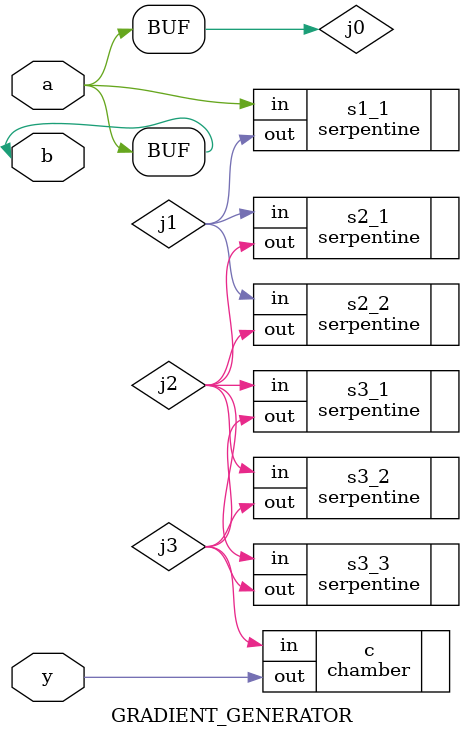
<source format=v>
module grad_cells (inout pb1, pb2, p1, cpb1_1, cpb1_2, cpb2_1, cpb2_2);
  wire c1;
  wire c2;
  wire c3;
  wire c4;
  wire c9;
  wire c10;
  wire c11;
  wire c12;
  GRADIENT_GENERATOR g(.a(pb1), .b(pb2), .y(c3));
  MUX m1(.inlet(c3), .ctrl1(cpb1_1), .ctrl2(cpb1_2), .ctrl3(cpb2_1), .ctrl4(cpb2_2), .outlet1(c1), .outlet2(c2), .outlet3(c3), .outlet4(c4));
  TREE t1(.out(p1),.in1(c9),.in4(c10),.in3(c11),.in2(c12));
  LONG_CELL_TRAP ctb_1(.in(c9),.out(c1));
  LONG_CELL_TRAP ctb_2(.in(c10),.out(c2));
  LONG_CELL_TRAP ctb_3(.in(c11),.out(c3));
  LONG_CELL_TRAP ctb_4(.in(c12),.out(c4));
endmodule

module MUX(input ctrl1, ctrl2, ctrl3, ctrl4, inout inlet, outlet1, outlet2, outlet3, outlet4);
  wire j1, j2;
  valve v1(.fluid_in(inlet), .fluid_out(j1), .air_in(ctrl1));
  valve v2(.fluid_in(inlet), .fluid_out(j2), .air_in(ctrl2));
  valve v3(.fluid_in(j1), .fluid_out(outlet1), .air_in(ctrl3));
  valve v4(.fluid_in(j1), .fluid_out(outlet2), .air_in(ctrl3));
  valve v5(.fluid_in(j2), .fluid_out(outlet3), .air_in(ctrl4));
  valve v6(.fluid_in(j2), .fluid_out(outlet4), .air_in(ctrl4));
endmodule

module TREE(inout in1, in2, in3, in4, out);
  wire j1, j2;
  mixer m1(.a(in1), .b(in2), .y(j1));
  mixer m2(.a(in3), .b(in4), .y(j2));
  mixer m3(.a(j1), .b(j2), .y(out));
endmodule

module GRADIENT_GENERATOR(inout a, b, y);
  wire j0, j1, j2, j3;
  assign a = j0;
  assign b = j0;
  serpentine s1_1(.in(j0), .out(j1));
  serpentine s2_1(.in(j1), .out(j2));
  serpentine s2_2(.in(j1), .out(j2));
  serpentine s3_1(.in(j2), .out(j3));
  serpentine s3_2(.in(j2), .out(j3));
  serpentine s3_3(.in(j2), .out(j3));
  chamber c(.in(j3),.out(y));
endmodule

</source>
